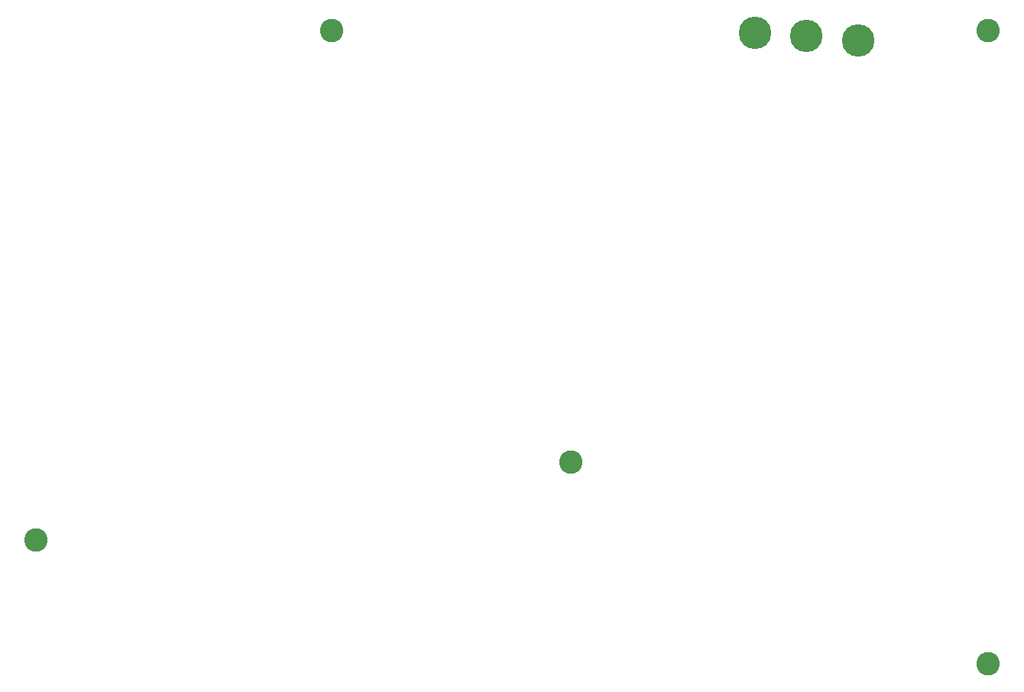
<source format=gts>
G04 #@! TF.GenerationSoftware,KiCad,Pcbnew,(6.0.4)*
G04 #@! TF.CreationDate,2022-07-03T01:27:51+02:00*
G04 #@! TF.ProjectId,Klotz_02_Plate,4b6c6f74-7a5f-4303-925f-506c6174652e,0.1*
G04 #@! TF.SameCoordinates,Original*
G04 #@! TF.FileFunction,Soldermask,Top*
G04 #@! TF.FilePolarity,Negative*
%FSLAX46Y46*%
G04 Gerber Fmt 4.6, Leading zero omitted, Abs format (unit mm)*
G04 Created by KiCad (PCBNEW (6.0.4)) date 2022-07-03 01:27:51*
%MOMM*%
%LPD*%
G01*
G04 APERTURE LIST*
%ADD10C,3.600000*%
%ADD11C,2.600000*%
G04 APERTURE END LIST*
D10*
X174254000Y-58178000D03*
D11*
X194398013Y-57553692D03*
X148182160Y-105392393D03*
X88900000Y-114030000D03*
X121652143Y-57553692D03*
D10*
X179963000Y-58650000D03*
D11*
X194398013Y-127759458D03*
D10*
X168532000Y-57797000D03*
M02*

</source>
